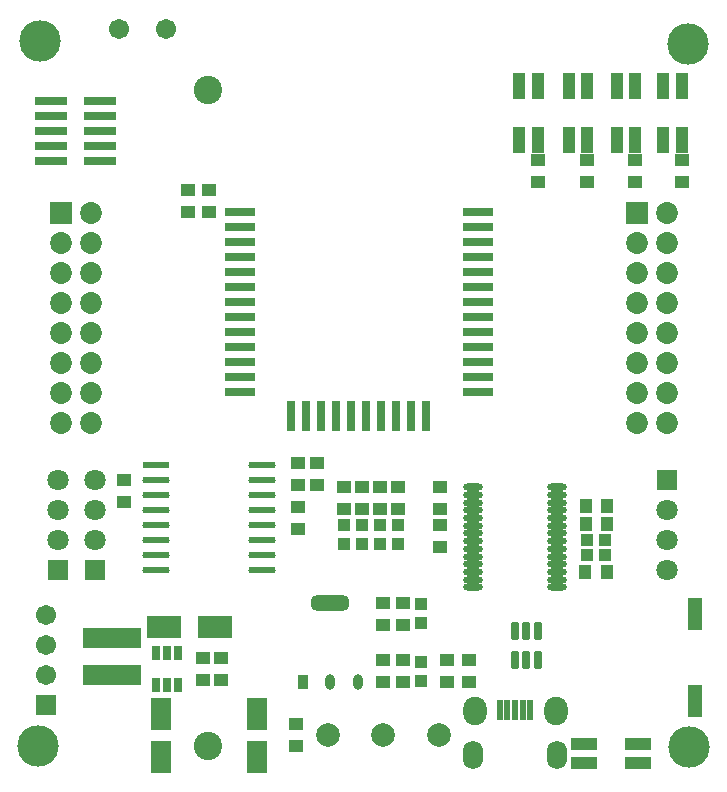
<source format=gts>
G04*
G04 #@! TF.GenerationSoftware,Altium Limited,Altium Designer,24.4.1 (13)*
G04*
G04 Layer_Color=8388736*
%FSTAX24Y24*%
%MOIN*%
G70*
G04*
G04 #@! TF.SameCoordinates,973A198C-3906-4392-A1E8-A13353080A71*
G04*
G04*
G04 #@! TF.FilePolarity,Negative*
G04*
G01*
G75*
%ADD29R,0.0315X0.0984*%
%ADD30R,0.0984X0.0315*%
G04:AMPARAMS|DCode=33|XSize=90.5mil|YSize=22.3mil|CornerRadius=11.2mil|HoleSize=0mil|Usage=FLASHONLY|Rotation=0.000|XOffset=0mil|YOffset=0mil|HoleType=Round|Shape=RoundedRectangle|*
%AMROUNDEDRECTD33*
21,1,0.0905,0.0000,0,0,0.0*
21,1,0.0681,0.0223,0,0,0.0*
1,1,0.0223,0.0341,0.0000*
1,1,0.0223,-0.0341,0.0000*
1,1,0.0223,-0.0341,0.0000*
1,1,0.0223,0.0341,0.0000*
%
%ADD33ROUNDEDRECTD33*%
%ADD34R,0.0905X0.0223*%
G04:AMPARAMS|DCode=39|XSize=51.4mil|YSize=126.9mil|CornerRadius=18mil|HoleSize=0mil|Usage=FLASHONLY|Rotation=90.000|XOffset=0mil|YOffset=0mil|HoleType=Round|Shape=RoundedRectangle|*
%AMROUNDEDRECTD39*
21,1,0.0514,0.0909,0,0,90.0*
21,1,0.0154,0.1269,0,0,90.0*
1,1,0.0359,0.0455,0.0077*
1,1,0.0359,0.0455,-0.0077*
1,1,0.0359,-0.0455,-0.0077*
1,1,0.0359,-0.0455,0.0077*
%
%ADD39ROUNDEDRECTD39*%
G04:AMPARAMS|DCode=40|XSize=51.4mil|YSize=35.9mil|CornerRadius=18mil|HoleSize=0mil|Usage=FLASHONLY|Rotation=90.000|XOffset=0mil|YOffset=0mil|HoleType=Round|Shape=RoundedRectangle|*
%AMROUNDEDRECTD40*
21,1,0.0514,0.0000,0,0,90.0*
21,1,0.0154,0.0359,0,0,90.0*
1,1,0.0359,0.0000,0.0077*
1,1,0.0359,0.0000,-0.0077*
1,1,0.0359,0.0000,-0.0077*
1,1,0.0359,0.0000,0.0077*
%
%ADD40ROUNDEDRECTD40*%
%ADD41R,0.0359X0.0514*%
%ADD43R,0.1098X0.0291*%
%ADD46R,0.0454X0.0395*%
%ADD47R,0.0395X0.0395*%
%ADD48R,0.0395X0.0395*%
%ADD49R,0.0395X0.0454*%
%ADD50O,0.0651X0.0237*%
%ADD51R,0.0434X0.0867*%
%ADD52R,0.0237X0.0671*%
%ADD53R,0.0867X0.0434*%
%ADD54R,0.1123X0.0769*%
%ADD55R,0.1930X0.0671*%
%ADD56R,0.0316X0.0474*%
%ADD57R,0.0710X0.1104*%
%ADD58R,0.0513X0.1080*%
%ADD59C,0.0671*%
G04:AMPARAMS|DCode=60|XSize=63.1mil|YSize=27.7mil|CornerRadius=6.5mil|HoleSize=0mil|Usage=FLASHONLY|Rotation=90.000|XOffset=0mil|YOffset=0mil|HoleType=Round|Shape=RoundedRectangle|*
%AMROUNDEDRECTD60*
21,1,0.0631,0.0148,0,0,90.0*
21,1,0.0502,0.0277,0,0,90.0*
1,1,0.0129,0.0074,0.0251*
1,1,0.0129,0.0074,-0.0251*
1,1,0.0129,-0.0074,-0.0251*
1,1,0.0129,-0.0074,0.0251*
%
%ADD60ROUNDEDRECTD60*%
%ADD61C,0.0946*%
%ADD62R,0.0671X0.0671*%
%ADD63C,0.0710*%
%ADD64R,0.0710X0.0710*%
%ADD65C,0.0730*%
%ADD66R,0.0730X0.0730*%
%ADD67C,0.1379*%
%ADD68O,0.0671X0.0946*%
%ADD69O,0.0789X0.0946*%
%ADD70C,0.0789*%
D29*
X013938Y012D02*
D03*
X009438D02*
D03*
X009938D02*
D03*
X010438D02*
D03*
X010938D02*
D03*
X011438D02*
D03*
X011938D02*
D03*
X012438D02*
D03*
X012938D02*
D03*
X013438D02*
D03*
D30*
X007737Y0128D02*
D03*
Y0133D02*
D03*
Y0138D02*
D03*
Y0143D02*
D03*
Y0148D02*
D03*
Y0153D02*
D03*
Y0158D02*
D03*
Y0163D02*
D03*
Y0168D02*
D03*
Y0173D02*
D03*
Y0178D02*
D03*
Y0183D02*
D03*
Y0188D02*
D03*
X01565Y0128D02*
D03*
Y0133D02*
D03*
Y0138D02*
D03*
Y0143D02*
D03*
Y0148D02*
D03*
Y0153D02*
D03*
Y0158D02*
D03*
Y0163D02*
D03*
Y0168D02*
D03*
Y0173D02*
D03*
Y0178D02*
D03*
Y0183D02*
D03*
Y0188D02*
D03*
D33*
X008483Y01035D02*
D03*
Y00985D02*
D03*
Y00935D02*
D03*
Y00885D02*
D03*
Y00835D02*
D03*
Y00785D02*
D03*
Y00735D02*
D03*
Y00685D02*
D03*
X004917D02*
D03*
Y00735D02*
D03*
Y00785D02*
D03*
Y00835D02*
D03*
Y00885D02*
D03*
Y00935D02*
D03*
Y00985D02*
D03*
D34*
Y01035D02*
D03*
D39*
X010748Y00577D02*
D03*
D40*
X01165Y003136D02*
D03*
X010748D02*
D03*
D41*
X009847D02*
D03*
D43*
X00305Y0205D02*
D03*
Y021D02*
D03*
Y0215D02*
D03*
Y022D02*
D03*
Y0225D02*
D03*
X001448Y0205D02*
D03*
Y021D02*
D03*
Y0215D02*
D03*
Y022D02*
D03*
Y0225D02*
D03*
D46*
X0209Y020514D02*
D03*
Y019786D02*
D03*
X0144Y007636D02*
D03*
Y008364D02*
D03*
Y009614D02*
D03*
Y008886D02*
D03*
X019315Y019786D02*
D03*
Y020514D02*
D03*
X00965Y009686D02*
D03*
Y010414D02*
D03*
X0071Y003914D02*
D03*
Y003186D02*
D03*
X022465Y019786D02*
D03*
Y020514D02*
D03*
X01315Y003864D02*
D03*
Y003136D02*
D03*
X00385Y00985D02*
D03*
Y009122D02*
D03*
X00965Y008964D02*
D03*
Y008236D02*
D03*
X0103Y010414D02*
D03*
Y009686D02*
D03*
X0096Y001714D02*
D03*
Y000986D02*
D03*
X0065Y003914D02*
D03*
Y003186D02*
D03*
X01315Y00577D02*
D03*
Y005041D02*
D03*
X01464Y003864D02*
D03*
Y003136D02*
D03*
X0125D02*
D03*
Y003864D02*
D03*
Y00577D02*
D03*
Y005041D02*
D03*
X0067Y0188D02*
D03*
Y019528D02*
D03*
X006Y0188D02*
D03*
Y019528D02*
D03*
X013Y008886D02*
D03*
Y009614D02*
D03*
X0124Y008886D02*
D03*
Y009614D02*
D03*
X0118Y008886D02*
D03*
Y009614D02*
D03*
X0112Y008886D02*
D03*
Y009614D02*
D03*
X01765Y020514D02*
D03*
Y019786D02*
D03*
X01535Y003864D02*
D03*
Y003136D02*
D03*
D47*
X01375Y005715D02*
D03*
Y005085D02*
D03*
Y00317D02*
D03*
Y0038D02*
D03*
X013Y008365D02*
D03*
Y007735D02*
D03*
X0124Y00835D02*
D03*
Y00772D02*
D03*
X0118Y00835D02*
D03*
Y00772D02*
D03*
X0112Y00835D02*
D03*
Y00772D02*
D03*
D48*
X019915Y00735D02*
D03*
X019285D02*
D03*
X019915Y00785D02*
D03*
X019285D02*
D03*
D49*
X019964Y0068D02*
D03*
X019236D02*
D03*
X01925Y0084D02*
D03*
X019978D02*
D03*
X01925Y009D02*
D03*
X019978D02*
D03*
D50*
X018288Y006287D02*
D03*
Y006543D02*
D03*
Y006798D02*
D03*
Y007054D02*
D03*
Y00731D02*
D03*
Y007566D02*
D03*
Y007822D02*
D03*
Y008078D02*
D03*
Y008334D02*
D03*
Y00859D02*
D03*
Y008846D02*
D03*
Y009102D02*
D03*
Y009357D02*
D03*
Y009613D02*
D03*
X015512Y006287D02*
D03*
Y006543D02*
D03*
Y006798D02*
D03*
Y007054D02*
D03*
Y00731D02*
D03*
Y007566D02*
D03*
Y007822D02*
D03*
Y008078D02*
D03*
Y008334D02*
D03*
Y00859D02*
D03*
Y008846D02*
D03*
Y009102D02*
D03*
Y009357D02*
D03*
Y009613D02*
D03*
D51*
X020915Y023006D02*
D03*
X020285Y021194D02*
D03*
Y023006D02*
D03*
X020915Y021194D02*
D03*
X019315Y023006D02*
D03*
X018685Y021194D02*
D03*
Y023006D02*
D03*
X019315Y021194D02*
D03*
X022465Y023006D02*
D03*
X021835Y021194D02*
D03*
Y023006D02*
D03*
X022465Y021194D02*
D03*
X017665Y023006D02*
D03*
X017035Y021194D02*
D03*
Y023006D02*
D03*
X017665Y021194D02*
D03*
D52*
X017156Y002192D02*
D03*
X0169D02*
D03*
X016644D02*
D03*
X017412D02*
D03*
X016388D02*
D03*
D53*
X019194Y001065D02*
D03*
X021006Y000435D02*
D03*
X019194D02*
D03*
X021006Y001065D02*
D03*
D54*
X005204Y00495D02*
D03*
X006896D02*
D03*
D55*
X00345Y00335D02*
D03*
Y00461D02*
D03*
D56*
X005674Y003018D02*
D03*
X0053D02*
D03*
X004926D02*
D03*
Y004081D02*
D03*
X0053D02*
D03*
X005674D02*
D03*
D57*
X0083Y000641D02*
D03*
Y002059D02*
D03*
X0051Y000641D02*
D03*
Y002059D02*
D03*
D58*
X0229Y0054D02*
D03*
Y002487D02*
D03*
D59*
X00525Y0249D02*
D03*
X0037D02*
D03*
X00125Y00535D02*
D03*
Y00435D02*
D03*
Y00335D02*
D03*
D60*
X016902Y004838D02*
D03*
X017276D02*
D03*
X01765D02*
D03*
Y00385D02*
D03*
X017276D02*
D03*
X016902D02*
D03*
D61*
X00665Y02285D02*
D03*
Y001D02*
D03*
D62*
X00125Y00235D02*
D03*
D63*
X02195Y00885D02*
D03*
Y00785D02*
D03*
Y00685D02*
D03*
X00165Y00985D02*
D03*
Y00885D02*
D03*
Y00785D02*
D03*
X0029Y00985D02*
D03*
Y00885D02*
D03*
Y00785D02*
D03*
D64*
X02195Y00985D02*
D03*
X00165Y00685D02*
D03*
X0029D02*
D03*
D65*
X02195Y01175D02*
D03*
Y01275D02*
D03*
X02095Y01175D02*
D03*
Y01275D02*
D03*
X02195Y01575D02*
D03*
X02095D02*
D03*
X02195Y01675D02*
D03*
X02095D02*
D03*
X02195Y01875D02*
D03*
X02095Y01775D02*
D03*
X02195D02*
D03*
X02095Y01475D02*
D03*
X02195D02*
D03*
X02095Y01375D02*
D03*
X02195D02*
D03*
X00275D02*
D03*
X00175D02*
D03*
X00275Y01475D02*
D03*
X00175D02*
D03*
X00275Y01775D02*
D03*
X00175D02*
D03*
X00275Y01875D02*
D03*
X00175Y01675D02*
D03*
X00275D02*
D03*
X00175Y01575D02*
D03*
X00275D02*
D03*
X00175Y01275D02*
D03*
Y01175D02*
D03*
X00275Y01275D02*
D03*
Y01175D02*
D03*
D66*
X02095Y01875D02*
D03*
X00175D02*
D03*
D67*
X0227Y00095D02*
D03*
X02265Y0244D02*
D03*
X00105Y0245D02*
D03*
X001Y001D02*
D03*
D68*
X0155Y0007D02*
D03*
X0183D02*
D03*
D69*
X01555Y00215D02*
D03*
X01825D02*
D03*
D70*
X01435Y00135D02*
D03*
X0125D02*
D03*
X01065D02*
D03*
M02*

</source>
